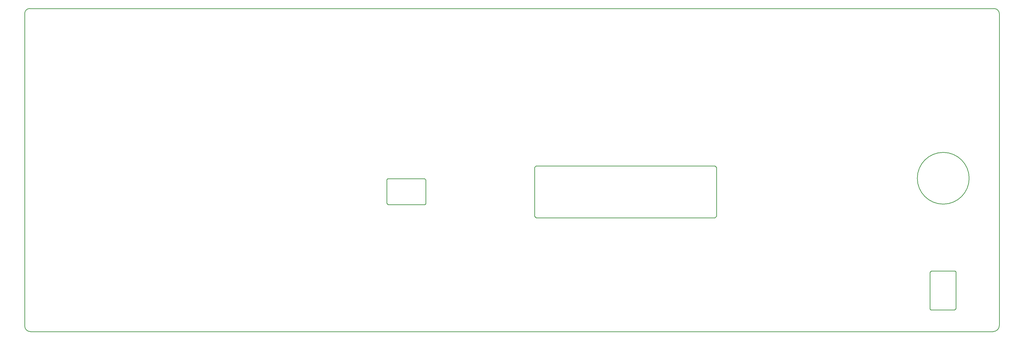
<source format=gko>
G04*
G04 #@! TF.GenerationSoftware,Altium Limited,Altium Designer,19.1.3 (30)*
G04*
G04 Layer_Color=16711935*
%FSLAX25Y25*%
%MOIN*%
G70*
G01*
G75*
%ADD13C,0.01000*%
D13*
X1429259Y232545D02*
G03*
X1429259Y232545I-39234J0D01*
G01*
X7650Y490000D02*
G03*
X0Y482500I-75J-7575D01*
G01*
X25Y8293D02*
G03*
X8500Y0I8384J91D01*
G01*
X1465500D02*
G03*
X1475000Y9500I0J9500D01*
G01*
X1475025Y481757D02*
G03*
X1466757Y490025I-8268J0D01*
G01*
X1047091Y175091D02*
Y248909D01*
X1044760Y251240D02*
X1047091Y248909D01*
X773740Y251240D02*
X1044760D01*
X774000Y172500D02*
X1044500D01*
X1047091Y175091D01*
X771500Y175000D02*
Y249000D01*
Y175000D02*
X774000Y172500D01*
X771500Y249000D02*
X773740Y251240D01*
X1370037Y90037D02*
X1371963Y91963D01*
X1370037Y34278D02*
Y90037D01*
Y34278D02*
X1371408Y32908D01*
X1407407D02*
X1409408Y34907D01*
X1371408Y32908D02*
X1407407D01*
X1371963Y91963D02*
X1407852D01*
X1409408Y90408D01*
Y34907D02*
Y90408D01*
X550000Y192500D02*
X605500D01*
X607055Y194055D01*
Y229945D01*
X548000Y194500D02*
Y230500D01*
Y194500D02*
X550000Y192500D01*
X548000Y230500D02*
X549370Y231870D01*
X605130D01*
X607055Y229945D01*
X1475000Y9500D02*
X1475025Y481757D01*
X7650Y490000D02*
X1466757Y490025D01*
X8500Y0D02*
X1465500D01*
X-0Y8292D02*
X0Y482500D01*
M02*

</source>
